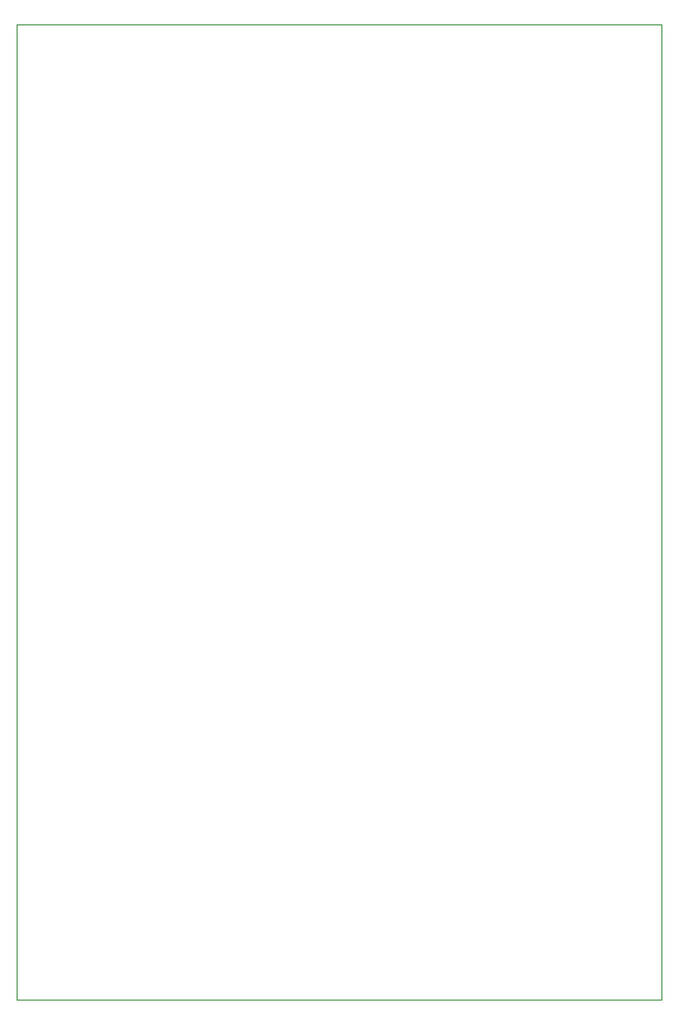
<source format=gm1>
%TF.GenerationSoftware,KiCad,Pcbnew,8.0.3-8.0.3-0~ubuntu22.04.1*%
%TF.CreationDate,2024-06-07T23:15:48+01:00*%
%TF.ProjectId,0002-65C816S-minimal,30303032-2d36-4354-9338-3136532d6d69,A*%
%TF.SameCoordinates,Original*%
%TF.FileFunction,Profile,NP*%
%FSLAX46Y46*%
G04 Gerber Fmt 4.6, Leading zero omitted, Abs format (unit mm)*
G04 Created by KiCad (PCBNEW 8.0.3-8.0.3-0~ubuntu22.04.1) date 2024-06-07 23:15:48*
%MOMM*%
%LPD*%
G01*
G04 APERTURE LIST*
%TA.AperFunction,Profile*%
%ADD10C,0.050000*%
%TD*%
G04 APERTURE END LIST*
D10*
X120600000Y-63000000D02*
X176600000Y-63000000D01*
X176600000Y-147540000D01*
X120600000Y-147540000D01*
X120600000Y-63000000D01*
M02*

</source>
